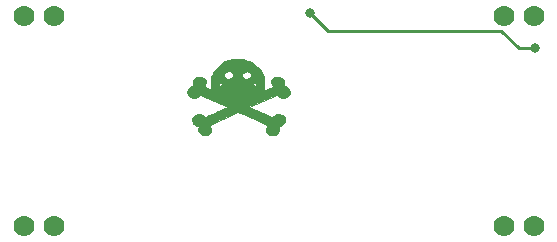
<source format=gbr>
G04 #@! TF.GenerationSoftware,KiCad,Pcbnew,(5.1.5-0-10_14)*
G04 #@! TF.CreationDate,2021-09-19T20:31:28-06:00*
G04 #@! TF.ProjectId,2021DC435,32303231-4443-4343-9335-2e6b69636164,rev?*
G04 #@! TF.SameCoordinates,Original*
G04 #@! TF.FileFunction,Copper,L1,Top*
G04 #@! TF.FilePolarity,Positive*
%FSLAX46Y46*%
G04 Gerber Fmt 4.6, Leading zero omitted, Abs format (unit mm)*
G04 Created by KiCad (PCBNEW (5.1.5-0-10_14)) date 2021-09-19 20:31:28*
%MOMM*%
%LPD*%
G04 APERTURE LIST*
%ADD10C,0.010000*%
%ADD11C,1.778000*%
%ADD12C,0.800000*%
%ADD13C,0.250000*%
G04 APERTURE END LIST*
D10*
G36*
X122659497Y-84952003D02*
G01*
X123097017Y-85078534D01*
X123207216Y-85124178D01*
X123505319Y-85287232D01*
X123793893Y-85501574D01*
X124041340Y-85741689D01*
X124162424Y-85895486D01*
X124303902Y-86164672D01*
X124402830Y-86482173D01*
X124455155Y-86820298D01*
X124456825Y-87151360D01*
X124403790Y-87447669D01*
X124394035Y-87478159D01*
X124328760Y-87671673D01*
X124765690Y-87478025D01*
X125202620Y-87284376D01*
X125109224Y-87096000D01*
X125047690Y-86898863D01*
X125074034Y-86732088D01*
X125188446Y-86594796D01*
X125221500Y-86571073D01*
X125387021Y-86498247D01*
X125583757Y-86464611D01*
X125773623Y-86473209D01*
X125902292Y-86516656D01*
X126030270Y-86635316D01*
X126118201Y-86802132D01*
X126150732Y-86983948D01*
X126146370Y-87043792D01*
X126141123Y-87149028D01*
X126181796Y-87210060D01*
X126270896Y-87255912D01*
X126442744Y-87368499D01*
X126562029Y-87523580D01*
X126621529Y-87699830D01*
X126614023Y-87875925D01*
X126532973Y-88029768D01*
X126356906Y-88174359D01*
X126159468Y-88244958D01*
X125957206Y-88240794D01*
X125766664Y-88161094D01*
X125658980Y-88070584D01*
X125560322Y-87966492D01*
X124382135Y-88490037D01*
X123203948Y-89013583D01*
X125126828Y-89870173D01*
X125260524Y-89742479D01*
X125362431Y-89660371D01*
X125451394Y-89613311D01*
X125469703Y-89609519D01*
X125575083Y-89599593D01*
X125604199Y-89595909D01*
X125709113Y-89608292D01*
X125852817Y-89656381D01*
X125998398Y-89725534D01*
X126098557Y-89792022D01*
X126207315Y-89937207D01*
X126237280Y-90112792D01*
X126185226Y-90298663D01*
X126181118Y-90306544D01*
X126083226Y-90439638D01*
X125954379Y-90549860D01*
X125822534Y-90615910D01*
X125762153Y-90625730D01*
X125718945Y-90642110D01*
X125695685Y-90702710D01*
X125687235Y-90824720D01*
X125686820Y-90877801D01*
X125680209Y-91031491D01*
X125652871Y-91134144D01*
X125593547Y-91218546D01*
X125556987Y-91255853D01*
X125439552Y-91343193D01*
X125316285Y-91397186D01*
X125295390Y-91401470D01*
X125132986Y-91396870D01*
X124947706Y-91351073D01*
X124780776Y-91277442D01*
X124684617Y-91203535D01*
X124634624Y-91108809D01*
X124605973Y-90983760D01*
X124602869Y-90863530D01*
X124629521Y-90783262D01*
X124633788Y-90778960D01*
X124672647Y-90712949D01*
X124676438Y-90698225D01*
X124702568Y-90613388D01*
X124714986Y-90583492D01*
X124704107Y-90555775D01*
X124647809Y-90512510D01*
X124539322Y-90450262D01*
X124371877Y-90365594D01*
X124138707Y-90255071D01*
X123833042Y-90115257D01*
X123485094Y-89959190D01*
X123167748Y-89819439D01*
X122877881Y-89695044D01*
X122626099Y-89590297D01*
X122423008Y-89509490D01*
X122279212Y-89456917D01*
X122205317Y-89436870D01*
X122197999Y-89438228D01*
X122149771Y-89466898D01*
X122028068Y-89527591D01*
X121844092Y-89615058D01*
X121609048Y-89724050D01*
X121334140Y-89849318D01*
X121030571Y-89985611D01*
X121012842Y-89993511D01*
X120708757Y-90129241D01*
X120433116Y-90252803D01*
X120196991Y-90359192D01*
X120011455Y-90443402D01*
X119887580Y-90500427D01*
X119836436Y-90525261D01*
X119835886Y-90525648D01*
X119841196Y-90570416D01*
X119879471Y-90660894D01*
X119894901Y-90690872D01*
X119966791Y-90899973D01*
X119951568Y-91083449D01*
X119854450Y-91233309D01*
X119680656Y-91341566D01*
X119435402Y-91400232D01*
X119431244Y-91400689D01*
X119292785Y-91400910D01*
X119189902Y-91382432D01*
X119092352Y-91326515D01*
X118991295Y-91236544D01*
X118985613Y-91230210D01*
X118923430Y-91141785D01*
X118895900Y-91041072D01*
X118894910Y-90895164D01*
X118896471Y-90868581D01*
X118901764Y-90731056D01*
X118891266Y-90657819D01*
X118858993Y-90629369D01*
X118821946Y-90625653D01*
X118743111Y-90605164D01*
X118638088Y-90554628D01*
X118533483Y-90490582D01*
X118455905Y-90429567D01*
X118431962Y-90388122D01*
X118434445Y-90384786D01*
X118426053Y-90342120D01*
X118390334Y-90301786D01*
X118332468Y-90196886D01*
X118328991Y-90056837D01*
X118377505Y-89913794D01*
X118424280Y-89846848D01*
X118542149Y-89748476D01*
X118692858Y-89670092D01*
X118853578Y-89617483D01*
X119001479Y-89596439D01*
X119113732Y-89612746D01*
X119163710Y-89659385D01*
X119217529Y-89698289D01*
X119226960Y-89699030D01*
X119289254Y-89728690D01*
X119355021Y-89787780D01*
X119382522Y-89815443D01*
X119414031Y-89831723D01*
X119460596Y-89833004D01*
X119533263Y-89815673D01*
X119643078Y-89776112D01*
X119801089Y-89710708D01*
X120018342Y-89615845D01*
X120305883Y-89487907D01*
X120400833Y-89445514D01*
X121366096Y-89014497D01*
X120190956Y-88489929D01*
X119015817Y-87965360D01*
X118916653Y-88070018D01*
X118754662Y-88198112D01*
X118578259Y-88248465D01*
X118472530Y-88245761D01*
X118247524Y-88185396D01*
X118078632Y-88071320D01*
X117972929Y-87919133D01*
X117937489Y-87744435D01*
X117979389Y-87562827D01*
X118090965Y-87404432D01*
X118200966Y-87309176D01*
X118305648Y-87244421D01*
X118338828Y-87232552D01*
X118395432Y-87210142D01*
X118425928Y-87161096D01*
X118438067Y-87064155D01*
X118439794Y-86955674D01*
X118444452Y-86808477D01*
X118466888Y-86714359D01*
X118519791Y-86642275D01*
X118593978Y-86578493D01*
X118758146Y-86481942D01*
X118914174Y-86455580D01*
X119115677Y-86480170D01*
X119305976Y-86544744D01*
X119445572Y-86635508D01*
X119453891Y-86644050D01*
X119506465Y-86756431D01*
X119514454Y-86910348D01*
X119478687Y-87073477D01*
X119440764Y-87155242D01*
X119366845Y-87282777D01*
X119676078Y-87418829D01*
X119827915Y-87483039D01*
X119942922Y-87526793D01*
X119998928Y-87541742D01*
X120000743Y-87541113D01*
X120000786Y-87495553D01*
X119982167Y-87398390D01*
X119972698Y-87360036D01*
X119934567Y-87106019D01*
X119934737Y-87033056D01*
X120596597Y-87033056D01*
X120597319Y-87034768D01*
X120733432Y-87316903D01*
X120804216Y-87487464D01*
X120928495Y-87702822D01*
X121116585Y-87912747D01*
X121341621Y-88092282D01*
X121576735Y-88216469D01*
X121596948Y-88223893D01*
X121818743Y-88276039D01*
X122088538Y-88300814D01*
X122374478Y-88298934D01*
X122644707Y-88271114D01*
X122867368Y-88218069D01*
X122927422Y-88194023D01*
X123218606Y-88012479D01*
X123448115Y-87769334D01*
X123611219Y-87470188D01*
X123659227Y-87327622D01*
X123705238Y-87208359D01*
X123759270Y-87127671D01*
X123782527Y-87111645D01*
X123831315Y-87074285D01*
X123804348Y-87034902D01*
X123718519Y-87007743D01*
X123653922Y-87003176D01*
X123548388Y-87019358D01*
X123514671Y-87059170D01*
X123562285Y-87108482D01*
X123602953Y-87176659D01*
X123598395Y-87296382D01*
X123554824Y-87448550D01*
X123478451Y-87614063D01*
X123375489Y-87773819D01*
X123326306Y-87834045D01*
X123222913Y-87933793D01*
X123103027Y-88024979D01*
X122990833Y-88091845D01*
X122910519Y-88118631D01*
X122894272Y-88115542D01*
X122855982Y-88123506D01*
X122854106Y-88135017D01*
X122810671Y-88171428D01*
X122695469Y-88204534D01*
X122531160Y-88231111D01*
X122340401Y-88247938D01*
X122145849Y-88251790D01*
X122058712Y-88248148D01*
X121698255Y-88185700D01*
X121385520Y-88051358D01*
X121125963Y-87848546D01*
X120925038Y-87580690D01*
X120889525Y-87513938D01*
X120807109Y-87325107D01*
X120779680Y-87196740D01*
X120806065Y-87121576D01*
X120823995Y-87108482D01*
X120871880Y-87058525D01*
X120836516Y-87019440D01*
X120729071Y-87003186D01*
X120725637Y-87003176D01*
X120630238Y-87011895D01*
X120596597Y-87033056D01*
X119934737Y-87033056D01*
X119935242Y-86817698D01*
X119973590Y-86537107D01*
X119997393Y-86442661D01*
X120083811Y-86224906D01*
X121047611Y-86224906D01*
X121048705Y-86362102D01*
X121058243Y-86388146D01*
X121160534Y-86524194D01*
X121311411Y-86601778D01*
X121485647Y-86614973D01*
X121658015Y-86557853D01*
X121691048Y-86536769D01*
X121794354Y-86418699D01*
X121806956Y-86354601D01*
X122581102Y-86354601D01*
X122655486Y-86489791D01*
X122686719Y-86520679D01*
X122842670Y-86607354D01*
X123024260Y-86613447D01*
X123181213Y-86562445D01*
X123320565Y-86461476D01*
X123373556Y-86334062D01*
X123338097Y-86191761D01*
X123265587Y-86095674D01*
X123150931Y-86011584D01*
X123004233Y-85984163D01*
X122978581Y-85983806D01*
X122794107Y-86015787D01*
X122659987Y-86099987D01*
X122585793Y-86218796D01*
X122581102Y-86354601D01*
X121806956Y-86354601D01*
X121821472Y-86280768D01*
X121777345Y-86146211D01*
X121666918Y-86038266D01*
X121576351Y-85997598D01*
X121401843Y-85977828D01*
X121243002Y-86018581D01*
X121118651Y-86105670D01*
X121047611Y-86224906D01*
X120083811Y-86224906D01*
X120139443Y-86084726D01*
X120349322Y-85769368D01*
X120605842Y-85505840D01*
X120965482Y-85241749D01*
X121360637Y-85052858D01*
X121781338Y-84940628D01*
X122217614Y-84906522D01*
X122659497Y-84952003D01*
G37*
X122659497Y-84952003D02*
X123097017Y-85078534D01*
X123207216Y-85124178D01*
X123505319Y-85287232D01*
X123793893Y-85501574D01*
X124041340Y-85741689D01*
X124162424Y-85895486D01*
X124303902Y-86164672D01*
X124402830Y-86482173D01*
X124455155Y-86820298D01*
X124456825Y-87151360D01*
X124403790Y-87447669D01*
X124394035Y-87478159D01*
X124328760Y-87671673D01*
X124765690Y-87478025D01*
X125202620Y-87284376D01*
X125109224Y-87096000D01*
X125047690Y-86898863D01*
X125074034Y-86732088D01*
X125188446Y-86594796D01*
X125221500Y-86571073D01*
X125387021Y-86498247D01*
X125583757Y-86464611D01*
X125773623Y-86473209D01*
X125902292Y-86516656D01*
X126030270Y-86635316D01*
X126118201Y-86802132D01*
X126150732Y-86983948D01*
X126146370Y-87043792D01*
X126141123Y-87149028D01*
X126181796Y-87210060D01*
X126270896Y-87255912D01*
X126442744Y-87368499D01*
X126562029Y-87523580D01*
X126621529Y-87699830D01*
X126614023Y-87875925D01*
X126532973Y-88029768D01*
X126356906Y-88174359D01*
X126159468Y-88244958D01*
X125957206Y-88240794D01*
X125766664Y-88161094D01*
X125658980Y-88070584D01*
X125560322Y-87966492D01*
X124382135Y-88490037D01*
X123203948Y-89013583D01*
X125126828Y-89870173D01*
X125260524Y-89742479D01*
X125362431Y-89660371D01*
X125451394Y-89613311D01*
X125469703Y-89609519D01*
X125575083Y-89599593D01*
X125604199Y-89595909D01*
X125709113Y-89608292D01*
X125852817Y-89656381D01*
X125998398Y-89725534D01*
X126098557Y-89792022D01*
X126207315Y-89937207D01*
X126237280Y-90112792D01*
X126185226Y-90298663D01*
X126181118Y-90306544D01*
X126083226Y-90439638D01*
X125954379Y-90549860D01*
X125822534Y-90615910D01*
X125762153Y-90625730D01*
X125718945Y-90642110D01*
X125695685Y-90702710D01*
X125687235Y-90824720D01*
X125686820Y-90877801D01*
X125680209Y-91031491D01*
X125652871Y-91134144D01*
X125593547Y-91218546D01*
X125556987Y-91255853D01*
X125439552Y-91343193D01*
X125316285Y-91397186D01*
X125295390Y-91401470D01*
X125132986Y-91396870D01*
X124947706Y-91351073D01*
X124780776Y-91277442D01*
X124684617Y-91203535D01*
X124634624Y-91108809D01*
X124605973Y-90983760D01*
X124602869Y-90863530D01*
X124629521Y-90783262D01*
X124633788Y-90778960D01*
X124672647Y-90712949D01*
X124676438Y-90698225D01*
X124702568Y-90613388D01*
X124714986Y-90583492D01*
X124704107Y-90555775D01*
X124647809Y-90512510D01*
X124539322Y-90450262D01*
X124371877Y-90365594D01*
X124138707Y-90255071D01*
X123833042Y-90115257D01*
X123485094Y-89959190D01*
X123167748Y-89819439D01*
X122877881Y-89695044D01*
X122626099Y-89590297D01*
X122423008Y-89509490D01*
X122279212Y-89456917D01*
X122205317Y-89436870D01*
X122197999Y-89438228D01*
X122149771Y-89466898D01*
X122028068Y-89527591D01*
X121844092Y-89615058D01*
X121609048Y-89724050D01*
X121334140Y-89849318D01*
X121030571Y-89985611D01*
X121012842Y-89993511D01*
X120708757Y-90129241D01*
X120433116Y-90252803D01*
X120196991Y-90359192D01*
X120011455Y-90443402D01*
X119887580Y-90500427D01*
X119836436Y-90525261D01*
X119835886Y-90525648D01*
X119841196Y-90570416D01*
X119879471Y-90660894D01*
X119894901Y-90690872D01*
X119966791Y-90899973D01*
X119951568Y-91083449D01*
X119854450Y-91233309D01*
X119680656Y-91341566D01*
X119435402Y-91400232D01*
X119431244Y-91400689D01*
X119292785Y-91400910D01*
X119189902Y-91382432D01*
X119092352Y-91326515D01*
X118991295Y-91236544D01*
X118985613Y-91230210D01*
X118923430Y-91141785D01*
X118895900Y-91041072D01*
X118894910Y-90895164D01*
X118896471Y-90868581D01*
X118901764Y-90731056D01*
X118891266Y-90657819D01*
X118858993Y-90629369D01*
X118821946Y-90625653D01*
X118743111Y-90605164D01*
X118638088Y-90554628D01*
X118533483Y-90490582D01*
X118455905Y-90429567D01*
X118431962Y-90388122D01*
X118434445Y-90384786D01*
X118426053Y-90342120D01*
X118390334Y-90301786D01*
X118332468Y-90196886D01*
X118328991Y-90056837D01*
X118377505Y-89913794D01*
X118424280Y-89846848D01*
X118542149Y-89748476D01*
X118692858Y-89670092D01*
X118853578Y-89617483D01*
X119001479Y-89596439D01*
X119113732Y-89612746D01*
X119163710Y-89659385D01*
X119217529Y-89698289D01*
X119226960Y-89699030D01*
X119289254Y-89728690D01*
X119355021Y-89787780D01*
X119382522Y-89815443D01*
X119414031Y-89831723D01*
X119460596Y-89833004D01*
X119533263Y-89815673D01*
X119643078Y-89776112D01*
X119801089Y-89710708D01*
X120018342Y-89615845D01*
X120305883Y-89487907D01*
X120400833Y-89445514D01*
X121366096Y-89014497D01*
X120190956Y-88489929D01*
X119015817Y-87965360D01*
X118916653Y-88070018D01*
X118754662Y-88198112D01*
X118578259Y-88248465D01*
X118472530Y-88245761D01*
X118247524Y-88185396D01*
X118078632Y-88071320D01*
X117972929Y-87919133D01*
X117937489Y-87744435D01*
X117979389Y-87562827D01*
X118090965Y-87404432D01*
X118200966Y-87309176D01*
X118305648Y-87244421D01*
X118338828Y-87232552D01*
X118395432Y-87210142D01*
X118425928Y-87161096D01*
X118438067Y-87064155D01*
X118439794Y-86955674D01*
X118444452Y-86808477D01*
X118466888Y-86714359D01*
X118519791Y-86642275D01*
X118593978Y-86578493D01*
X118758146Y-86481942D01*
X118914174Y-86455580D01*
X119115677Y-86480170D01*
X119305976Y-86544744D01*
X119445572Y-86635508D01*
X119453891Y-86644050D01*
X119506465Y-86756431D01*
X119514454Y-86910348D01*
X119478687Y-87073477D01*
X119440764Y-87155242D01*
X119366845Y-87282777D01*
X119676078Y-87418829D01*
X119827915Y-87483039D01*
X119942922Y-87526793D01*
X119998928Y-87541742D01*
X120000743Y-87541113D01*
X120000786Y-87495553D01*
X119982167Y-87398390D01*
X119972698Y-87360036D01*
X119934567Y-87106019D01*
X119934737Y-87033056D01*
X120596597Y-87033056D01*
X120597319Y-87034768D01*
X120733432Y-87316903D01*
X120804216Y-87487464D01*
X120928495Y-87702822D01*
X121116585Y-87912747D01*
X121341621Y-88092282D01*
X121576735Y-88216469D01*
X121596948Y-88223893D01*
X121818743Y-88276039D01*
X122088538Y-88300814D01*
X122374478Y-88298934D01*
X122644707Y-88271114D01*
X122867368Y-88218069D01*
X122927422Y-88194023D01*
X123218606Y-88012479D01*
X123448115Y-87769334D01*
X123611219Y-87470188D01*
X123659227Y-87327622D01*
X123705238Y-87208359D01*
X123759270Y-87127671D01*
X123782527Y-87111645D01*
X123831315Y-87074285D01*
X123804348Y-87034902D01*
X123718519Y-87007743D01*
X123653922Y-87003176D01*
X123548388Y-87019358D01*
X123514671Y-87059170D01*
X123562285Y-87108482D01*
X123602953Y-87176659D01*
X123598395Y-87296382D01*
X123554824Y-87448550D01*
X123478451Y-87614063D01*
X123375489Y-87773819D01*
X123326306Y-87834045D01*
X123222913Y-87933793D01*
X123103027Y-88024979D01*
X122990833Y-88091845D01*
X122910519Y-88118631D01*
X122894272Y-88115542D01*
X122855982Y-88123506D01*
X122854106Y-88135017D01*
X122810671Y-88171428D01*
X122695469Y-88204534D01*
X122531160Y-88231111D01*
X122340401Y-88247938D01*
X122145849Y-88251790D01*
X122058712Y-88248148D01*
X121698255Y-88185700D01*
X121385520Y-88051358D01*
X121125963Y-87848546D01*
X120925038Y-87580690D01*
X120889525Y-87513938D01*
X120807109Y-87325107D01*
X120779680Y-87196740D01*
X120806065Y-87121576D01*
X120823995Y-87108482D01*
X120871880Y-87058525D01*
X120836516Y-87019440D01*
X120729071Y-87003186D01*
X120725637Y-87003176D01*
X120630238Y-87011895D01*
X120596597Y-87033056D01*
X119934737Y-87033056D01*
X119935242Y-86817698D01*
X119973590Y-86537107D01*
X119997393Y-86442661D01*
X120083811Y-86224906D01*
X121047611Y-86224906D01*
X121048705Y-86362102D01*
X121058243Y-86388146D01*
X121160534Y-86524194D01*
X121311411Y-86601778D01*
X121485647Y-86614973D01*
X121658015Y-86557853D01*
X121691048Y-86536769D01*
X121794354Y-86418699D01*
X121806956Y-86354601D01*
X122581102Y-86354601D01*
X122655486Y-86489791D01*
X122686719Y-86520679D01*
X122842670Y-86607354D01*
X123024260Y-86613447D01*
X123181213Y-86562445D01*
X123320565Y-86461476D01*
X123373556Y-86334062D01*
X123338097Y-86191761D01*
X123265587Y-86095674D01*
X123150931Y-86011584D01*
X123004233Y-85984163D01*
X122978581Y-85983806D01*
X122794107Y-86015787D01*
X122659987Y-86099987D01*
X122585793Y-86218796D01*
X122581102Y-86354601D01*
X121806956Y-86354601D01*
X121821472Y-86280768D01*
X121777345Y-86146211D01*
X121666918Y-86038266D01*
X121576351Y-85997598D01*
X121401843Y-85977828D01*
X121243002Y-86018581D01*
X121118651Y-86105670D01*
X121047611Y-86224906D01*
X120083811Y-86224906D01*
X120139443Y-86084726D01*
X120349322Y-85769368D01*
X120605842Y-85505840D01*
X120965482Y-85241749D01*
X121360637Y-85052858D01*
X121781338Y-84940628D01*
X122217614Y-84906522D01*
X122659497Y-84952003D01*
D11*
X147284440Y-99062540D03*
X144744440Y-99062540D03*
X147284440Y-81282540D03*
X144744440Y-81282540D03*
X104104440Y-81282540D03*
X106644440Y-81282540D03*
X104104440Y-99062540D03*
X106644440Y-99062540D03*
D12*
X147386040Y-84043520D03*
X128318170Y-81051490D03*
D13*
X147386040Y-84043520D02*
X146016980Y-84043520D01*
X146016980Y-84043520D02*
X144528540Y-82555080D01*
X129821760Y-82555080D02*
X128318170Y-81051490D01*
X144528540Y-82555080D02*
X129821760Y-82555080D01*
M02*

</source>
